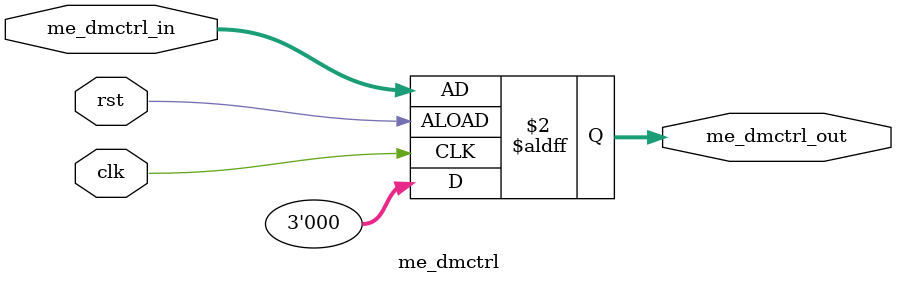
<source format=sv>
module me_dmctrl(
    input logic clk,
    input logic rst,
    input logic [2:0] me_dmctrl_in = 3'b0, 
    output logic [2:0] me_dmctrl_out
     
);

    always_ff @(posedge clk or negedge rst) begin
        if (rst) begin
            me_dmctrl_out <= 3'b0; 
        end else begin
            me_dmctrl_out <= me_dmctrl_in; 
        end
    end
endmodule
</source>
